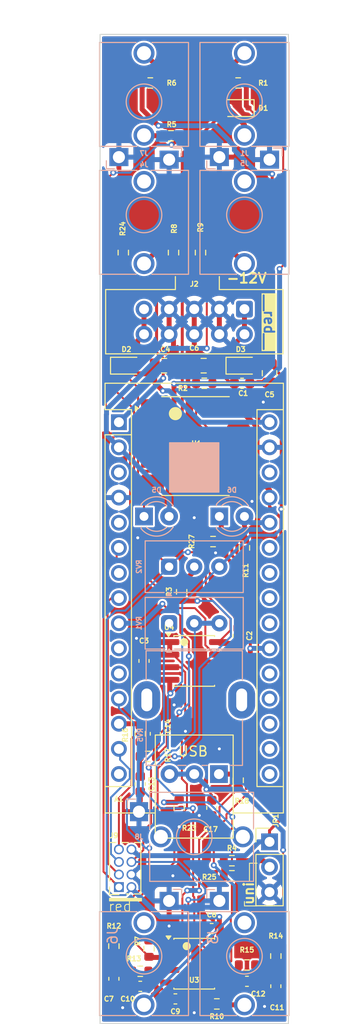
<source format=kicad_pcb>
(kicad_pcb (version 20241229) (generator "pcbnew") (generator_version "9.0")
  (layers (0 "F.Cu" signal) (2 "B.Cu" signal) (13 "F.Paste" user) (15 "B.Paste" user) (5 "F.SilkS" user "F.Silkscreen") (7 "B.SilkS" user "B.Silkscreen") (1 "F.Mask" user) (3 "B.Mask" user) (25 "Edge.Cuts" user))
  (net 0 "")
  (net 1 "B_GND")
  (net 4 "CLOCK2")
  (net 6 "B_+12V")
  (net 10 "B_+5V")
  (net 12 "Net-(C7-Pad1)")
  (net 17 "Net-(J7-PadT)")
  (net 18 "Net-(J7-PadR)")
  (net 19 "B_-12V")
  (net 20 "Net-(D1-A)")
  (net 21 "Net-(D1-K)")
  (net 22 "Net-(J1-PadT)")
  (net 23 "Net-(J3-PadT)")
  (net 25 "Net-(J4-PadT)")
  (net 27 "Net-(J5-PadT)")
  (net 28 "Net-(J6-PadT)")
  (net 31 "Net-(C11-Pad1)")
  (net 32 "MIDI_IN")
  (net 33 "Net-(C13-Pad1)")
  (net 36 "CLOCK")
  (net 37 "Net-(R10-Pad2)")
  (net 38 "Net-(D5-K)")
  (net 39 "Net-(D6-K)")
  (net 41 "Net-(J8-PadT)")
  (net 42 "Net-(R3-Pad2)")
  (net 43 "Net-(U3B-+)")
  (net 44 "Net-(R25-Pad1)")
  (net 46 "GATE")
  (net 47 "PITCH")
  (net 48 "CC")
  (net 49 "+12V")
  (net 50 "-12V")
  (net 51 "Net-(U3A-+)")
  (net 52 "Net-(U4A-+)")
  (net 53 "Net-(U3A--)")
  (net 54 "Net-(U3B--)")
  (net 55 "Net-(U4B--)")
  (net 56 "Net-(U4A--)")
  (net 57 "Net-(R18-Pad1)")
  (net 58 "SLEW_OUT")
  (net 59 "SLEW_IN")
  (net 60 "Net-(JP1-C)")
  (net 61 "EXP1")
  (net 62 "EXP7")
  (net 63 "EXP5")
  (net 64 "EXP3")
  (footprint "Resistor_SMD:R_0603_1608Metric" (layer "F.Cu") (at 143.928 112.418 -90)
    (property "Reference" "R7")
    (property "Value" "1k")
  )
  (footprint "Diode_SMD:D_SOD-323" (layer "F.Cu") (at 152.945 27.455 180)
    (property "Reference" "D1")
    (property "Value" "1N4148WS")
  )
  (footprint "Resistor_SMD:R_0603_1608Metric" (layer "F.Cu") (at 143.801 92.987 180)
    (property "Reference" "R17")
    (property "Value" "15k")
  )
  (footprint "Resistor_SMD:R_0603_1608Metric" (layer "F.Cu") (at 146.151 30.249 180)
    (property "Reference" "R5")
    (property "Value" "220R")
  )
  (footprint "Connector_PinSocket_1.27mm:PinSocket_2x04_P1.27mm_Vertical" (layer "F.Cu") (at 140.88 106.195 180)
    (property "Reference" "J9")
    (property "Value" "Conn_02x04_Odd_Even")
  )
  (footprint "Resistor_SMD:R_0603_1608Metric" (layer "F.Cu") (at 140.372 112.164 90)
    (property "Reference" "R12")
    (property "Value" "15k")
  )
  (footprint "Resistor_SMD:R_0603_1608Metric" (layer "F.Cu") (at 156.755 113.167 90)
    (property "Reference" "R14")
    (property "Value" "15k")
  )
  (footprint "Custom:IDC-Header_2x05_P2.54mm_Vertical_PinOnly" (layer "F.Cu") (at 153.58 47.775 -90)
    (property "Reference" "J2")
    (property "Value" "EuroPower10_THT")
  )
  (footprint "Package_SO:SOIC-8_3.9x4.9mm_P1.27mm" (layer "F.Cu") (at 148.5 83.335)
    (property "Reference" "U4")
    (property "Value" "TL072")
  )
  (footprint "Resistor_SMD:R_0603_1608Metric" (layer "F.Cu") (at 143.039 90.701 90)
    (property "Reference" "R16")
    (property "Value" "15k")
  )
  (footprint "Capacitor_SMD:C_0603_1608Metric" (layer "F.Cu") (at 153.834 115.72)
    (property "Reference" "C12")
    (property "Value" "1n")
  )
  (footprint "Capacitor_SMD:C_0603_1608Metric" (layer "F.Cu") (at 144.563 90.701 90)
    (property "Reference" "C14")
    (property "Value" "1n")
  )
  (footprint "Capacitor_SMD:C_0805_2012Metric" (layer "F.Cu") (at 149.455 53.49 180)
    (property "Reference" "C6")
    (property "Value" "10u")
  )
  (footprint "Resistor_SMD:R_0603_1608Metric" (layer "F.Cu") (at 152.31 103.528)
    (property "Reference" "R4")
    (property "Value" "100k")
  )
  (footprint "Capacitor_SMD:C_0805_2012Metric" (layer "F.Cu") (at 145.452 53.49)
    (property "Reference" "C4")
    (property "Value" "10u")
  )
  (footprint "Resistor_SMD:R_0603_1608Metric" (layer "F.Cu") (at 144.055 24.915)
    (property "Reference" "R6")
    (property "Value" "220R")
  )
  (footprint "Resistor_SMD:R_0603_1608Metric" (layer "F.Cu") (at 152.31 105.052 180)
    (property "Reference" "R25")
    (property "Value" "100k")
  )
  (footprint "Resistor_SMD:R_0603_1608Metric" (layer "F.Cu") (at 152.945 95.4 -90)
    (property "Reference" "R18")
    (property "Value" "100")
  )
  (footprint "Resistor_SMD:R_0603_1608Metric" (layer "F.Cu") (at 153.834 114.069)
    (property "Reference" "R15")
    (property "Value" "15k")
  )
  (footprint "Custom:Board_4hp_100mm" (layer "F.Cu") (at 148.5 70)
    (property "Reference" "B2" (hide yes))
    (property "Value" "Board" (hide yes))
  )
  (footprint "Capacitor_SMD:C_0603_1608Metric" (layer "F.Cu") (at 143.039 116.228 180)
    (property "Reference" "C10")
    (property "Value" "1n")
  )
  (footprint "Connector_PinHeader_2.54mm:PinHeader_1x03_P2.54mm_Vertical" (layer "F.Cu") (at 156.12 101.623)
    (property "Reference" "JP1")
    (property "Value" "Jumper_3_Bridged12")
  )
  (footprint "Package_SO:SOIC-8_3.9x4.9mm_P1.27mm" (layer "F.Cu") (at 148.5 113.942)
    (property "Reference" "U3")
    (property "Value" "TL072")
  )
  (footprint "Resistor_SMD:R_0603_1608Metric" (layer "F.Cu") (at 150.786 118.006 180)
    (property "Reference" "R10")
    (property "Value" "1k")
  )
  (footprint "Capacitor_SMD:C_0603_1608Metric" (layer "F.Cu") (at 143.039 95.781 -90)
    (property "Reference" "C13")
    (property "Value" "1n")
  )
  (footprint "Resistor_SMD:R_0603_1608Metric" (layer "F.Cu") (at 152.945 24.915)
    (property "Reference" "R1")
    (property "Value" "220R")
  )
  (footprint "Capacitor_SMD:C_0805_2012Metric" (layer "F.Cu") (at 156.12 54.252 90)
    (property "Reference" "C5")
    (property "Value" "10u")
  )
  (footprint "Resistor_SMD:R_0603_1608Metric" (layer "F.Cu") (at 147.23 76.35 90)
    (property "Reference" "R3")
    (property "Value" "1M")
  )
  (footprint "Capacitor_SMD:C_0603_1608Metric" (layer "F.Cu") (at 150.278 98.194 -90)
    (property "Reference" "C17")
    (property "Value" "10n")
  )
  (footprint "Resistor_SMD:R_0603_1608Metric" (layer "F.Cu") (at 146.405 42.06 -90)
    (property "Reference" "R8")
    (property "Value" "1k")
  )
  (footprint "Capacitor_SMD:C_0603_1608Metric" (layer "F.Cu") (at 152.945 80.795 90)
    (property "Reference" "C2")
    (property "Value" "100n")
  )
  (footprint "Resistor_SMD:R_0603_1608Metric" (layer "F.Cu") (at 146.976 98.194 -90)
    (property "Reference" "R23")
    (property "Value" "1k")
  )
  (footprint "Resistor_SMD:R_0603_1608Metric" (layer "F.Cu") (at 149.516 55.268)
    (property "Reference" "R2")
    (property "Value" "10k")
  )
  (footprint "Diode_SMD:D_SOD-323" (layer "F.Cu") (at 153.326 53.49)
    (property "Reference" "D3")
    (property "Value" "1N5819WS")
  )
  (footprint "Capacitor_SMD:C_0603_1608Metric" (layer "F.Cu") (at 156.755 116.215 -90)
    (property "Reference" "C11")
    (property "Value" "1n")
  )
  (footprint "Package_SO:SOP-8_6.605x9.655mm_P2.54mm" (layer "F.Cu") (at 148.627 61.618)
    (property "Reference" "U1")
    (property "Value" "6N137")
  )
  (footprint "Capacitor_SMD:C_0603_1608Metric" (layer "F.Cu") (at 150.265 110.386 180)
    (property "Reference" "C8")
    (property "Value" "100n")
  )
  (footprint "Resistor_SMD:R_0603_1608Metric" (layer "F.Cu") (at 149.135 42.06 -90)
    (property "Reference" "R9")
    (property "Value" "1k")
  )
  (footprint "Capacitor_SMD:C_0603_1608Metric" (layer "F.Cu") (at 140.372 115.466 -90)
    (property "Reference" "C7")
    (property "Value" "1n")
  )
  (footprint "PCM_kikit:Board" (layer "F.Cu") (at 138.975 22.375)
    (property "Reference" "B")
    (property "Value" "Board")
  )
  (footprint "Resistor_SMD:R_0603_1608Metric" (layer "F.Cu") (at 153.58 71.905 90)
    (property "Reference" "R11")
    (property "Value" "1k")
  )
  (footprint "Resistor_SMD:R_0603_1608Metric" (layer "F.Cu") (at 150.405 71.27 180)
    (property "Reference" "R27")
    (property "Value" "4k7")
  )
  (footprint "Module:Arduino_Nano" (layer "F.Cu") (at 140.88 59.205)
    (property "Reference" "A1")
    (property "Value" "Arduino_Nano_v3.x")
  )
  (footprint "Capacitor_SMD:C_0603_1608Metric" (layer "F.Cu") (at 143.42 83.335 -90)
    (property "Reference" "C3")
    (property "Value" "100n")
  )
  (footprint "Resistor_SMD:R_0603_1608Metric" (layer "F.Cu") (at 141.325 42.06 90)
    (property "Reference" "R24")
    (property "Value" "4k7")
  )
  (footprint "Capacitor_SMD:C_0603_1608Metric" (layer "F.Cu") (at 153.339 55.268)
    (property "Reference" "C1")
    (property "Value" "100n")
  )
  (footprint "Capacitor_SMD:C_0603_1608Metric" (layer "F.Cu") (at 146.595 117.498)
    (property "Reference" "C9")
    (property "Value" "100n")
  )
  (footprint "Diode_SMD:D_SOD-323" (layer "F.Cu") (at 141.642 53.49)
    (property "Reference" "D2")
    (property "Value" "1N5819WS")
  )
  (footprint "Resistor_SMD:R_0603_1608Metric" (layer "F.Cu") (at 143.039 114.704 180)
    (property "Reference" "R13")
    (property "Value" "15k")
  )
  (footprint "EuroRackTools:Potentiometer_Alpha_RD901F-40-00D_Single_Vertical" (layer "B.Cu") (at 151 94.775 90)
    (property "Reference" "RV5")
    (property "Value" "A100k")
  )
  (footprint "Custom:Jack_3.5mm_QingPu_WQP-PJ398SM_Vertical_CircularHoles_L" (layer "B.Cu") (at 143.42 38.25 180)
    (property "Reference" "J4")
    (property "Value" "Clock")
  )
  (footprint "Potentiometer_THT:Potentiometer_Vishay_T93XA_Horizontal" (layer "B.Cu") (at 145.96 79.525)
    (property "Reference" "RV1")
    (property "Value" "20k")
  )
  (footprint "Custom:Jack_3.5mm_QingPu_WQP-PJ398SM_Vertical_CircularHoles_L" (layer "B.Cu") (at 153.58 38.25 180)
    (property "Reference" "J5")
    (property "Value" "Clock2")
  )
  (footprint "Custom:Jack_3.5mm_QingPu_WQP-PJ398SM_Vertical_CircularHoles_L" (layer "B.Cu") (at 148.5 101.115 -90)
    (property "Reference" "J8")
    (property "Value" "CC")
  )
  (footprint "Custom:Jack_3.5mm_QingPu_WQP-PJ398SM_Vertical_CircularHoles_R" (layer "B.Cu") (at 153.58 113.18 180)
    (property "Reference" "J3")
    (property "Value" "Pitch")
  )
  (footprint "Custom:Jack_3.5mm_QingPu_WQP-PJ398SM_Vertical_CircularHoles_L" (layer "B.Cu") (at 143.42 113.18 180)
    (property "Reference" "J6")
    (property "Value" "Gate")
  )
  (footprint "Custom:Jack_3.5mm_QingPu_WQP-PJ366ST_Vertical_CircularHoles_L" (layer "B.Cu") (at 143.42 26.82)
    (property "Reference" "J7")
    (property "Value" "MIDI Through")
  )
  (footprint "LED_THT:LED_D3.0mm" (layer "B.Cu") (at 151.04 68.73)
    (property "Reference" "D6")
    (property "Value" "LED")
  )
  (footprint "LED_THT:LED_D3.0mm" (layer "B.Cu") (at 143.42 68.73)
    (property "Reference" "D5")
    (property "Value" "LED")
  )
  (footprint "Custom:Jack_3.5mm_QingPu_WQP-PJ366ST_Vertical_CircularHoles_L" (layer "B.Cu") (at 153.58 26.82)
    (property "Reference" "J1")
    (property "Value" "MIDI In")
  )
  (footprint "Potentiometer_THT:Potentiometer_Vishay_T93XA_Horizontal" (layer "B.Cu") (at 145.96 73.81)
    (property "Reference" "RV2")
    (property "Value" "100k")
  )
  (gr_rect (start 139.93 107.338) (end 143.166 107.592) (stroke (width 0.1)) (fill yes) (layer "F.SilkS"))
  (gr_circle (center 147.484 81.43) (end 147.23 81.176) (stroke (width 0.1)) (fill yes) (layer "F.SilkS"))
  (gr_line (start 154.088 103.782) (end 154.85 103.782) (stroke (width 0.1)) (layer "F.SilkS"))
  (gr_line (start 154.088 105.6235) (end 154.088 103.782) (stroke (width 0.1)) (layer "F.SilkS"))
  (gr_line (start 153.58 107.6555) (end 153.58 108.0365) (stroke (width 0.1)) (layer "F.SilkS"))
  (gr_circle (center 146.595 58.33779) (end 146.595 58.951) (stroke (width 0.1)) (fill yes) (layer "F.SilkS"))
  (gr_circle (center 147.738 112.164) (end 147.992 111.91) (stroke (width 0.1)) (fill yes) (layer "F.SilkS"))
  (gr_line (start 153.58 108.1) (end 154.85 108.1) (stroke (width 0.1)) (layer "F.SilkS"))
  (gr_rect (start 146 61.277) (end 151 66.277) (stroke (width 0.1)) (fill yes) (layer "B.SilkS"))
  (gr_line (start 158.025 20) (end 158.025 120) (stroke (width 0.1)) (layer "Edge.Cuts"))
  (gr_line (start 138.975 20) (end 158.025 20) (stroke (width 0.1)) (layer "Edge.Cuts"))
  (gr_line (start 158.025 120) (end 138.975 120) (stroke (width 0.1)) (layer "Edge.Cuts"))
  (gr_line (start 138.975 120) (end 138.975 20) (stroke (width 0.1)) (layer "Edge.Cuts"))
  (gr_text "red" (at 139.737 108.735 0) (layer "F.SilkS") (effects (font (size 1 1) (thickness 0.1)) (justify left bottom)))
  (gr_text "uni" (at 154.596 108.1 90) (layer "F.SilkS") (effects (font (size 1 1) (thickness 0.2) (bold yes)) (justify left bottom)))
  (segment (start 150.265 98.956) (end 150.278 98.969) (width 0.2) (layer "F.Cu") (net 1))
  (segment (start 144.563 89.685) (end 146.468 87.78) (width 0.5) (layer "F.Cu") (net 1))
  (segment (start 148.5 47.775) (end 148.5 50.315) (width 0.5) (layer "F.Cu") (net 1))
  (segment (start 148.505 50.32) (end 148.5 50.315) (width 0.5) (layer "F.Cu") (net 1))
  (segment (start 151.04 47.775) (end 151.04 50.315) (width 0.5) (layer "F.Cu") (net 1))
  (segment (start 146.402 50.757) (end 145.96 50.315) (width 0.5) (layer "F.Cu") (net 1))
  (segment (start 146.402 53.49) (end 146.402 50.757) (width 0.5) (layer "F.Cu") (net 1))
  (segment (start 145.96 47.775) (end 145.96 50.315) (width 0.5) (layer "F.Cu") (net 1))
  (segment (start 144.563 89.926) (end 144.563 89.685) (width 0.5) (layer "F.Cu") (net 1))
  (segment (start 149.008 98.956) (end 150.265 98.956) (width 0.2) (layer "F.Cu") (net 1))
  (segment (start 148.505 53.49) (end 148.505 50.32) (width 0.5) (layer "F.Cu") (net 1))
  (via (at 142.658 81.049) (size 0.6) (drill 0.3) (layers "F.Cu" "B.Cu") (net 1))
  (via (at 151.04 92.225) (size 0.6) (drill 0.3) (layers "F.Cu" "B.Cu") (net 1))
  (via (at 141.261 118.387) (size 0.6) (drill 0.3) (layers "F.Cu" "B.Cu") (net 1))
  (via (at 146.341 105.052) (size 0.6) (drill 0.3) (layers "F.Cu" "B.Cu") (net 1))
  (via (at 148.5 68.857) (size 0.6) (drill 0.3) (layers "F.Cu" "B.Cu") (net 1))
  (via (at 148.5 118.895) (size 0.6) (drill 0.3) (layers "F.Cu" "B.Cu") (net 1))
  (via (at 155.485 57.173) (size 0.6) (drill 0.3) (layers "F.Cu" "B.Cu") (net 1))
  (via (at 155.612 118.26) (size 0.6) (drill 0.3) (layers "F.Cu" "B.Cu") (net 1))
  (via (at 150.659 72.413) (size 0.6) (drill 0.3) (layers "F.Cu" "B.Cu") (net 1))
  (via (at 145.96 110.132) (size 0.6) (drill 0.3) (layers "F.Cu" "B.Cu") (net 1))
  (via (at 146.468 87.78) (size 0.6) (drill 0.3) (layers "F.Cu" "B.Cu") (net 1))
  (via (at 147.611 90.447) (size 0.6) (drill 0.3) (layers "F.Cu" "B.Cu") (net 1))
  (via (at 142.785 70.889) (size 0.6) (drill 0.3) (layers "F.Cu" "B.Cu") (net 1))
  (via (at 146.976 100.099) (size 0.6) (drill 0.3) (layers "F.Cu" "B.Cu") (net 1))
  (via (at 149.008 98.956) (size 0.6) (drill 0.3) (layers "F.Cu" "B.Cu") (net 1))
  (via (at 154.342 67.206) (size 0.6) (drill 0.3) (layers "F.Cu" "B.Cu") (net 1))
  (segment (start 150.405 108.227) (end 151.04 107.592) (width 0.5) (layer "B.Cu") (net 1))
  (segment (start 145.96 107.592) (end 146.595 108.227) (width 0.5) (layer "B.Cu") (net 1))
  (segment (start 146.39 87.858) (end 146.39 89.226) (width 0.2) (layer "B.Cu") (net 1))
  (segment (start 146.595 108.227) (end 150.405 108.227) (width 0.5) (layer "B.Cu") (net 1))
  (segment (start 146.468 87.78) (end 146.39 87.858) (width 0.2) (layer "B.Cu") (net 1))
  (segment (start 146.39 89.226) (end 147.611 90.447) (width 0.2) (layer "B.Cu") (net 1))
  (segment (start 149.77 43.52) (end 149.135 42.885) (width 0.2) (layer "F.Cu") (net 4))
  (segment (start 149.77 51.7408) (end 149.77 43.52) (width 0.2) (layer "F.Cu") (net 4))
  (via (at 149.77 51.7408) (size 0.6) (drill 0.3) (layers "F.Cu" "B.Cu") (net 4))
  (segment (start 145.8042 51.7408) (end 139.629 57.916) (width 0.5) (layer "B.Cu") (net 4))
  (segment (start 145.96 68.73) (end 145.96 66.825) (width 0.5) (layer "B.Cu") (net 4))
  (segment (start 139.61 58.4317) (end 139.61 60.475) (width 0.5) (layer "B.Cu") (net 4))
  (segment (start 139.61 60.475) (end 140.88 61.745) (width 0.5) (layer "B.Cu") (net 4))
  (segment (start 145.96 66.825) (end 140.88 61.745) (width 0.5) (layer "B.Cu") (net 4))
  (segment (start 139.629 57.916) (end 139.629 58.4127) (width 0.5) (layer "B.Cu") (net 4))
  (segment (start 139.629 58.4127) (end 139.61 58.4317) (width 0.5) (layer "B.Cu") (net 4))
  (segment (start 149.77 51.7408) (end 145.8042 51.7408) (width 0.5) (layer "B.Cu") (net 4))
  (segment (start 152.1667 80.2383) (end 150.975 81.43) (width 0.2) (layer "F.Cu") (net 6))
  (segment (start 144.69 72.54) (end 145.96 73.81) (width 0.2) (layer "F.Cu") (net 6))
  (segment (start 147.865 72.3461) (end 148.757 72.3461) (width 0.2) (layer "F.Cu") (net 6))
  (segment (start 148.757 72.3461) (end 149.6753 73.2644) (width 0.2) (layer "F.Cu") (net 6))
  (segment (start 152.945 81.57) (end 151.115 81.57) (width 0.5) (layer "F.Cu") (net 6))
  (segment (start 142.8179 55.7159) (end 142.8179 66.3519) (width 0.2) (layer "F.Cu") (net 6))
  (segment (start 142.8179 66.3519) (end 143.19 66.724) (width 0.2) (layer "F.Cu") (net 6))
  (segment (start 143.19 66.724) (end 143.6588 66.724) (width 0.2) (layer "F.Cu") (net 6))
  (segment (start 144.502 53.49) (end 144.502 55.207) (width 0.5) (layer "F.Cu") (net 6))
  (segment (start 150.975 110.451) (end 150.975 112.037) (width 0.5) (layer "F.Cu") (net 6))
  (segment (start 144.502 55.207) (end 145.325 56.03) (width 0.5) (layer "F.Cu") (net 6))
  (segment (start 151.04 109.2085) (end 151.04 110.386) (width 0.5) (layer "F.Cu") (net 6))
  (segment (start 144.69 67.7552) (end 144.69 72.54) (width 0.2) (layer "F.Cu") (net 6))
  (segment (start 151.115 81.57) (end 150.975 81.43) (width 0.5) (layer "F.Cu") (net 6))
  (segment (start 152.1667 79.0582) (end 152.1667 80.2383) (width 0.2) (layer "F.Cu") (net 6))
  (segment (start 143.6758 54.3162) (end 144.502 53.49) (width 0.5) (layer "F.Cu") (net 6))
  (segment (start 143.6588 66.724) (end 144.69 67.7552) (width 0.2) (layer "F.Cu") (net 6))
  (segment (start 151.04 110.386) (end 150.975 110.451) (width 0.5) (layer "F.Cu") (net 6))
  (segment (start 141.4182 54.3162) (end 143.6758 54.3162) (width 0.5) (layer "F.Cu") (net 6))
  (segment (start 149.6753 73.2644) (end 149.6753 76.5668) (width 0.2) (layer "F.Cu") (net 6))
  (segment (start 141.4182 54.3162) (end 140.592 53.49) (width 0.5) (layer "F.Cu") (net 6))
  (segment (start 149.6753 76.5668) (end 152.1667 79.0582) (width 0.2) (layer "F.Cu") (net 6))
  (segment (start 141.4182 54.3162) (end 142.8179 55.7159) (width 0.2) (layer "F.Cu") (net 6))
  (via (at 151.04 109.2085) (size 0.6) (drill 0.3) (layers "F.Cu" "B.Cu") (net 6))
  (via (at 145.325 56.03) (size 0.6) (drill 0.3) (layers "F.Cu" "B.Cu") (net 6))
  (via (at 147.865 72.3461) (size 0.6) (drill 0.3) (layers "F.Cu" "B.Cu") (net 6))
  (segment (start 145.96 56.03) (end 149.135 59.205) (width 0.5) (layer "B.Cu") (net 6))
  (segment (start 145.325 56.03) (end 145.96 56.03) (width 0.5) (layer "B.Cu") (net 6))
  (segment (start 139.6415 79.1691) (end 139.6415 106.4317) (width 0.2) (layer "B.Cu") (net 6))
  (segment (start 142.15 106.322) (end 142.15 106.195) (width 0.5) (layer "B.Cu") (net 6))
  (segment (start 141.515 78.255) (end 140.5556 78.255) (width 0.2) (layer "B.Cu") (net 6))
  (segment (start 140.2176 107.0078) (end 141.5393 107.0078) (width 0.2) (layer "B.Cu") (net 6))
  (segment (start 141.5393 107.0078) (end 142.15 106.3971) (width 0.2) (layer "B.Cu") (net 6))
  (segment (start 147.4239 72.3461) (end 145.96 73.81) (width 0.2) (layer "B.Cu") (net 6))
  (segment (start 142.15 106.3971) (end 142.15 106.195) (width 0.2) (layer "B.Cu") (net 6))
  (segment (start 145.96 73.81) (end 141.515 78.255) (width 0.2) (layer "B.Cu") (net 6))
  (segment (start 140.5556 78.255) (end 139.6415 79.1691) (width 0.2) (layer "B.Cu") (net 6))
  (segment (start 151.04 109.2085) (end 145.0365 109.2085) (width 0.5) (layer "B.Cu") (net 6))
  (segment (start 139.6415 106.4317) (end 140.2176 107.0078) (width 0.2) (layer "B.Cu") (net 6))
  (segment (start 145.0365 109.2085) (end 142.15 106.322) (width 0.5) (layer "B.Cu") (net 6))
  (segment (start 147.865 72.3461) (end 147.4239 72.3461) (width 0.2) (layer "B.Cu") (net 6))
  (segment (start 149.135 59.205) (end 156.12 59.205) (width 0.5) (layer "B.Cu") (net 6))
  (segment (start 156.12 67.735654) (end 157.136 68.751654) (width 0.3) (layer "F.Cu") (net 10))
  (segment (start 157.263 92.70976) (end 157.263 94.28024) (width 0.3) (layer "F.Cu") (net 10))
  (segment (start 157.271 81.58824) (end 157.271 82.54176) (width 0.3) (layer "F.Cu") (net 10))
  (segment (start 152.564 55.268) (end 152.564 57.395) (width 0.5) (layer "F.Cu") (net 10))
  (segment (start 157.263 72.38976) (end 157.263 73.96024) (width 0.3) (layer "F.Cu") (net 10))
  (segment (start 155.601818 65.544818) (end 156.12 66.063) (width 0.5) (layer "F.Cu") (net 10))
  (segment (start 157.263 82.54976) (end 157.263 84.12024) (width 0.3) (layer "F.Cu") (net 10))
  (segment (start 157.271 94.28824) (end 157.271 95.24176) (width 0.3) (layer "F.Cu") (net 10))
  (segment (start 154.869 63.796) (end 154.869 64.803182) (width 0.5) (layer "F.Cu") (net 10))
  (segment (start 157.271 86.66824) (end 157.271 87.62176) (width 0.3) (layer "F.Cu") (net 10))
  (segment (start 157.271 79.04824) (end 157.271 80.00176) (width 0.3) (layer "F.Cu") (net 10))
  (segment (start 156.12 66.825) (end 156.12 67.735654) (width 0.3) (layer "F.Cu") (net 10))
  (segment (start 150.405 53.49) (end 152.183 55.268) (width 0.3) (layer "F.Cu") (net 10))
  (segment (start 157.263 91.74024) (end 157.271 91.74824) (width 0.3) (layer "F.Cu") (net 10))
  (segment (start 157.263 99.3283) (end 156.12 100.4713) (width 0.3) (layer "F.Cu") (net 10))
  (segment (start 156.12 100.4713) (end 156.12 101.623) (width 0.3) (layer "F.Cu") (net 10))
  (segment (start 157.263 73.96024) (end 157.271 73.96824) (width 0.3) (layer "F.Cu") (net 10))
  (segment (start 157.263 94.28024) (end 157.271 94.28824) (width 0.3) (layer "F.Cu") (net 10))
  (segment (start 157.271 95.24176) (end 157.263 95.24976) (width 0.3) (layer "F.Cu") (net 10))
  (segment (start 157.263 77.46976) (end 157.263 79.04024) (width 0.3) (layer "F.Cu") (net 10))
  (segment (start 157.263 80.00976) (end 157.263 81.58024) (width 0.3) (layer "F.Cu") (net 10))
  (segment (start 157.271 85.08176) (end 157.263 85.08976) (width 0.3) (layer "F.Cu") (net 10))
  (segment (start 154.578 59.375708) (end 154.578 59.409) (width 0.5) (layer "F.Cu") (net 10))
  (segment (start 152.564 57.395) (end 152.977 57.808) (width 0.5) (layer "F.Cu") (net 10))
  (segment (start 157.271 76.50824) (end 157.271 77.46176) (width 0.3) (layer "F.Cu") (net 10))
  (segment (start 157.271 73.96824) (end 157.271 74.92176) (width 0.3) (layer "F.Cu") (net 10))
  (segment (start 152.564 54.248) (end 156.3876 50.4244) (width 0.3) (layer "F.Cu") (net 10))
  (segment (start 152.564 55.268) (end 152.564 54.248) (width 0.3) (layer "F.Cu") (net 10))
  (segment (start 154.85 59.681) (end 154.85 63.777) (width 0.5) (layer "F.Cu") (net 10))
  (segment (start 157.263 95.24976) (end 157.263 99.3283) (width 0.3) (layer "F.Cu") (net 10))
  (segment (start 152.977 57.808) (end 154.141 58.972) (width 0.5) (layer "F.Cu") (net 10))
  (segment (start 157.271 74.92176) (end 157.263 74.92976) (width 0.3) (layer "F.Cu") (net 10))
  (segment (start 157.263 71.42024) (end 157.271 71.42824) (width 0.3) (layer "F.Cu") (net 10))
  (segment (start 157.271 82.54176) (end 157.263 82.54976) (width 0.3) (layer "F.Cu") (net 10))
  (segment (start 157.136 68.75324) (end 157.271 68.88824) (width 0.3) (layer "F.Cu") (net 10))
  (segment (start 157.271 92.70176) (end 157.263 92.70976) (width 0.3) (layer "F.Cu") (net 10))
  (segment (start 154.869 64.803182) (end 155.601818 65.536) (width 0.5) (layer "F.Cu") (net 10))
  (segment (start 157.136 68.751654) (end 157.136 68.75324) (width 0.3) (layer "F.Cu") (net 10))
  (segment (start 157.271 80.00176) (end 157.263 80.00976) (width 0.3) (layer "F.Cu") (net 10))
  (segment (start 157.263 74.92976) (end 157.263 76.50024) (width 0.3) (layer "F.Cu") (net 10))
  (segment (start 150.341 53.554) (end 150.405 53.49) (width 0.3) (layer "F.Cu") (net 10))
  (segment (start 157.263 69.84976) (end 157.263 71.42024) (width 0.3) (layer "F.Cu") (net 10))
  (segment (start 157.263 87.62976) (end 157.263 89.20024) (width 0.3) (layer "F.Cu") (net 10))
  (segment (start 157.271 89.20824) (end 157.271 90.16176) (width 0.3) (layer "F.Cu") (net 10))
  (segment (start 154.85 63.777) (end 154.869 63.796) (width 0.5) (layer "F.Cu") (net 10))
  (segment (start 157.271 91.74824) (end 157.271 92.70176) (width 0.3) (layer "F.Cu") (net 10))
  (segment (start 157.263 89.20024) (end 157.271 89.20824) (width 0.3) (layer "F.Cu") (net 10))
  (segment (start 157.263 86.66024) (end 157.271 86.66824) (width 0.3) (layer "F.Cu") (net 10))
  (segment (start 157.263 76.50024) (end 157.271 76.50824) (width 0.3) (layer "F.Cu") (net 10))
  (segment (start 157.271 90.16176) (end 157.263 90.16976) (width 0.3) (layer "F.Cu") (net 10))
  (segment (start 156.12 66.063) (end 156.12 66.825) (width 0.5) (layer "F.Cu") (net 10))
  (segment (start 157.263 81.58024) (end 157.271 81.58824) (width 0.3) (layer "F.Cu") (net 10))
  (segment (start 157.271 84.12824) (end 157.271 85.08176) (width 0.3) (layer "F.Cu") (net 10))
  (segment (start 150.341 55.268) (end 150.341 53.554) (width 0.3) (layer "F.Cu") (net 10))
  (segment (start 157.271 87.62176) (end 157.263 87.62976) (width 0.3) (layer "F.Cu") (net 10))
  (segment (start 144.885 29.2356) (end 143.23 27.5806) (width 0.5) (layer "F.Cu") (net 10))
  (segment (start 157.271 77.46176) (end 157.263 77.46976) (width 0.3) (layer "F.Cu") (net 10))
  (segment (start 157.263 79.04024) (end 157.271 79.04824) (width 0.3) (layer "F.Cu") (net 10))
  (segment (start 154.141 58.972) (end 154.174292 58.972) (width 0.5) (layer "F.Cu") (net 10))
  (segment (start 157.271 71.42824) (end 157.271 72.38176) (width 0.3) (layer "F.Cu") (net 10))
  (segment (start 152.183 55.268) (end 152.564 55.268) (width 0.3) (layer "F.Cu") (net 10))
  (segment (start 157.271 69.84176) (end 157.263 69.84976) (width 0.3) (layer "F.Cu") (net 10))
  (segment (start 157.271 72.38176) (end 157.263 72.38976) (width 0.3) (layer "F.Cu") (net 10))
  (segment (start 157.271 68.88824) (end 157.271 69.84176) (width 0.3) (layer "F.Cu") (net 10))
  (segment (start 155.601818 65.536) (end 155.601818 65.544818) (width 0.5) (layer "F.Cu") (net 10))
  (segment (start 156.3876 50.4244) (end 156.3876 34.1055) (width 0.3) (layer "F.Cu") (net 10))
  (segment (start 157.263 85.08976) (end 157.263 86.66024) (width 0.3) (layer "F.Cu") (net 10))
  (segment (start 143.23 27.5806) (end 143.23 24.915) (width 0.5) (layer "F.Cu") (net 10))
  (segment (start 154.578 59.409) (end 154.85 59.681) (width 0.5) (layer "F.Cu") (net 10))
  (segment (start 154.174292 58.972) (end 154.578 59.375708) (width 0.5) (layer "F.Cu") (net 10))
  (segment (start 157.263 84.12024) (end 157.271 84.12824) (width 0.3) (layer "F.Cu") (net 10))
  (segment (start 157.263 90.16976) (end 157.263 91.74024) (width 0.3) (layer "F.Cu") (net 10))
  (via (at 144.885 29.2356) (size 0.6) (drill 0.3) (layers "F.Cu" "B.Cu") (net 10))
  (via (at 156.3876 34.1055) (size 0.6) (drill 0.3) (layers "F.Cu" "B.Cu") (net 10))
  (segment (start 156.3876 34.1055) (end 156.3101 34.028) (width 0.5) (layer "B.Cu") (net 10))
  (segment (start 142.859918 103.02) (end 153.658948 103.02) (width 0.5) (layer "B.Cu") (net 10))
  (segment (start 142.469 102.704) (end 142.543918 102.704) (width 0.5) (layer "B.Cu") (net 10))
  (segment (start 150.5346 29.2356) (end 144.885 29.2356) (width 0.5) (layer "B.Cu") (net 10))
  (segment (start 154.936 101.6553) (end 154.9683 101.623) (width 0.5) (layer "B.Cu") (net 10))
  (segment (start 153.658948 103.02) (end 154.936 101.742948) (width 0.5) (layer "B.Cu") (net 10))
  (segment (start 152.064 30.827948) (end 152.064 30.765) (width 0.5) (layer "B.Cu") (net 10))
  (segment (start 154.881948 34.028) (end 152.564 31.710052) (width 0.5) (layer "B.Cu") (net 10))
  (segment (start 152.564 31.327948) (end 152.064 30.827948) (width 0.5) (layer "B.Cu") (net 10))
  (segment (start 152.564 31.710052) (end 152.564 31.327948) (width 0.5) (layer "B.Cu") (net 10))
  (segment (start 152.064 30.765) (end 150.5346 29.2356) (width 0.5) (layer "B.Cu") (net 10))
  (segment (start 142.15 102.385) (end 142.469 102.704) (width 0.5) (layer "B.Cu") (net 10))
  (segment (start 154.936 101.742948) (end 154.936 101.6553) (width 0.5) (layer "B.Cu") (net 10))
  (segment (start 156.3101 34.028) (end 154.881948 34.028) (width 0.5) (layer "B.Cu") (net 10))
  (segment (start 154.9683 101.623) (end 156.12 101.623) (width 0.5) (layer "B.Cu") (net 10))
  (segment (start 142.543918 102.704) (end 142.859918 103.02) (width 0.5) (layer "B.Cu") (net 10))
  (segment (start 140.385 114.704) (end 140.372 114.691) (width 0.5) (layer "F.Cu") (net 12))
  (segment (start 142.214 114.704) (end 140.385 114.704) (width 0.5) (layer "F.Cu") (net 12))
  (segment (start 140.372 114.691) (end 140.372 112.989) (width 0.5) (layer "F.Cu") (net 12))
  (segment (start 143.42 21.9) (end 144.88 23.36) (width 0.5) (layer "F.Cu") (net 17))
  (segment (start 144.88 23.36) (end 144.88 24.915) (width 0.5) (layer "F.Cu") (net 17))
  (segment (start 143.469 30.249) (end 143.42 30.2) (width 0.5) (layer "F.Cu") (net 18))
  (segment (start 145.326 30.249) (end 143.469 30.249) (width 0.5) (layer "F.Cu") (net 18))
  (segment (start 147.9028 114.3895) (end 146.2352 116.0571) (width 0.2) (layer "F.Cu") (net 19))
  (segment (start 144.817 85.24) (end 143.687 84.11) (width 0.5) (layer "F.Cu") (net 19))
  (segment (start 156.12 53.302) (end 154.564 53.302) (width 0.5) (layer "F.Cu") (net 19))
  (segment (start 146.025 85.24) (end 144.817 85.24) (width 0.5) (layer "F.Cu") (net 19))
  (segment (start 144.1287 99.7588) (end 143.3503 100.5372) (width 0.2) (layer "F.Cu") (net 19))
  (segment (start 147.9028 107.4771) (end 147.9028 114.3895) (width 0.2) (layer "F.Cu") (net 19))
  (segment (start 143.687 84.11) (end 143.42 84.11) (width 0.5) (layer "F.Cu") (net 19))
  (segment (start 146.025 86.5437) (end 146.025 85.24) (width 0.5) (layer "F.Cu") (net 19))
  (segment (start 147.37 117.498) (end 147.37 117.192) (width 0.5) (layer "F.Cu") (net 19))
  (segment (start 154.564 53.302) (end 154.376 53.49) (width 0.5) (layer "F.Cu") (net 19))
  (segment (start 143.8969 94.1152) (end 144.1287 94.347) (width 0.2) (layer "F.Cu") (net 19))
  (segment (start 146.2352 116.0572) (end 146.2352 116.0571) (width 0.5) (layer "F.Cu") (net 19))
  (segment (start 157.3024 54.4844) (end 157.3024 67.9974) (width 0.3) (layer "F.Cu") (net 19))
  (segment (start 156.12 53.302) (end 157.3024 54.4844) (width 0.3) (layer "F.Cu") (net 19))
  (segment (start 146.2352 116.0571) (end 146.025 115.847) (width 0.2) (layer "F.Cu") (net 19))
  (segment (start 143.3503 100.5372) (end 143.3503 102.4547) (width 0.2) (layer "F.Cu") (net 19))
  (segment (start 146.0925 86.6112) (end 146.025 86.5437) (width 0.5) (layer "F.Cu") (net 19))
  (segment (start 144.1287 94.347) (end 144.1287 99.7588) (width 0.2) (layer "F.Cu") (net 19))
  (segment (start 147.37 117.192) (end 146.2352 116.0572) (width 0.5) (layer "F.Cu") (net 19))
  (segment (start 143.3503 102.4547) (end 142.15 103.655) (width 0.2) (layer "F.Cu") (net 19))
  (via (at 147.9028 107.4771) (size 0.6) (drill 0.3) (layers "F.Cu" "B.Cu") (net 19))
  (via (at 157.3024 67.9974) (size 0.6) (drill 0.3) (layers "F.Cu" "B.Cu") (net 19))
  (via (at 146.0925 86.6112) (size 0.6) (drill 0.3) (layers "F.Cu" "B.Cu") (net 19))
  (via (at 143.8969 94.1152) (size 0.6) (drill 0.3) (layers "F.Cu" "B.Cu") (net 19))
  (segment (start 149.6206 106.8155) (end 149.6206 106.3072) (width 0.2) (layer "B.Cu") (net 19))
  (segment (start 145.8346 90.6237) (end 145.8346 92.1775) (width 0.2) (layer "B.Cu") (net 19))
  (segment (start 154.215 70.635) (end 151.04 73.81) (width 0.3) (layer "B.Cu") (net 19))
  (segment (start 146.0571 86.6669) (end 145.8339 86.8901) (width 0.2) (layer "B.Cu") (net 19))
  (segment (start 157.3024 67.9974) (end 157.3024 69.9606) (width 0.3) (layer "B.Cu") (net 19))
  (segment (start 146.0925 86.6112) (end 146.0571 86.6466) (width 0.2) (layer "B.Cu") (net 19))
  (segment (start 145.8339 86.8901) (end 145.8339 90.623) (width 0.2) (layer "B.Cu") (net 19))
  (segment (start 145.8346 92.1775) (end 143.8969 94.1152) (width 0.2) (layer "B.Cu") (net 19))
  (segment (start 157.3024 69.9606) (end 156.628 70.635) (width 0.3) (layer "B.Cu") (net 19))
  (segment (start 147.2874 85.4163) (end 146.0925 86.6112) (width 0.2) (layer "B.Cu") (net 19))
  (segment (start 145.8339 90.623) (end 145.8346 90.6237) (width 0.2) (layer "B.Cu") (net 19))
  (segment (start 156.628 70.635) (end 154.215 70.635) (width 0.3) (layer "B.Cu") (net 19))
  (segment (start 151.04 73.81) (end 147.2874 77.5626) (width 0.2) (layer "B.Cu") (net 19))
  (segment (start 149.6206 106.3072) (end 146.9684 103.655) (width 0.2) (layer "B.Cu") (net 19))
  (segment (start 147.9028 107.4771) (end 148.959 107.4771) (width 0.2) (layer "B.Cu") (net 19))
  (segment (start 147.2874 77.5626) (end 147.2874 85.4163) (width 0.2) (layer "B.Cu") (net 19))
  (segment (start 148.959 107.4771) (end 149.6206 106.8155) (width 0.2) (layer "B.Cu") (net 19))
  (segment (start 146.0571 86.6466) (end 146.0571 86.6669) (width 0.2) (layer "B.Cu") (net 19))
  (segment (start 146.9684 103.655) (end 142.15 103.655) (width 0.2) (layer "B.Cu") (net 19))
  (segment (start 153.58 29.14) (end 153.58 30.2) (width 0.5) (layer "F.Cu") (net 20))
  (segment (start 147.2884 32.0616) (end 151.895 27.455) (width 0.3) (layer "F.Cu") (net 20))
  (segment (start 144.277 62.888) (end 147.2884 59.8766) (width 0.3) (layer "F.Cu") (net 20))
  (segment (start 147.2884 59.8766) (end 147.2884 32.0616) (width 0.3) (layer "F.Cu") (net 20))
  (segment (start 151.895 27.455) (end 153.58 29.14) (width 0.5) (layer "F.Cu") (net 20))
  (segment (start 144.277 60.348) (end 144.563 60.348) (width 0.5) (layer "F.Cu") (net 21))
  (segment (start 144.563 60.348) (end 146.4536 58.4574) (width 0.5) (layer "F.Cu") (net 21))
  (segment (start 157.5001 30.9601) (end 153.995 27.455) (width 0.2) (layer "F.Cu") (net 21))
  (segment (start 153.77 27.23) (end 153.77 24.915) (width 0.5) (layer "F.Cu") (net 21))
  (segment (start 157.5001 43.3469) (end 157.5001 30.9601) (width 0.2) (layer "F.Cu") (net 21))
  (segment (start 146.4536 58.4574) (end 146.4536 55.3135) (width 0.5) (layer "F.Cu") (net 21))
  (segment (start 157.136 43.711) (end 157.5001 43.3469) (width 0.2) (layer "F.Cu") (net 21))
  (segment (start 153.995 27.455) (end 153.77 27.23) (width 0.5) (layer "F.Cu") (net 21))
  (via (at 157.136 43.711) (size 0.6) (drill 0.3) (layers "F.Cu" "B.Cu") (net 21))
  (via (at 146.4536 55.3135) (size 0.6) (drill 0.3) (layers "F.Cu" "B.Cu") (net 21))
  (segment (start 157.136 43.711) (end 157.136 53.6744) (width 0.5) (layer "B.Cu") (net 21))
  (segment (start 155.4969 55.3135) (end 146.4536 55.3135) (width 0.5) (layer "B.Cu") (net 21))
  (segment (start 157.136 53.6744) (end 155.4969 55.3135) (width 0.5) (layer "B.Cu") (net 21))
  (segment (start 152.12 23.36) (end 153.58 21.9) (width 0.5) (layer "F.Cu") (net 22))
  (segment (start 152.12 24.915) (end 152.12 23.36) (width 0.5) (layer "F.Cu") (net 22))
  (segment (start 151.705 118.1) (end 151.611 118.006) (width 0.5) (layer "F.Cu") (net 23))
  (segment (start 153.58 118.1) (end 151.705 118.1) (width 0.5) (layer "F.Cu") (net 23))
  (segment (start 143.42 43.17) (end 145.355 41.235) (width 0.5) (layer "F.Cu") (net 25))
  (segment (start 145.355 41.235) (end 146.405 41.235) (width 0.5) (layer "F.Cu") (net 25))
  (segment (start 149.135 41.235) (end 151.645 41.235) (width 0.5) (layer "F.Cu") (net 27))
  (segment (start 151.645 41.235) (end 153.58 43.17) (width 0.5) (layer "F.Cu") (net 27))
  (segment (start 150.4796 100.5565) (end 150.4796 103.9879) (width 0.2) (layer "F.Cu") (net 28))
  (segment (start 154.9648 95.6437) (end 151.7577 98.8508) (width 0.2) (layer "F.Cu") (net 28))
  (segment (start 151.7577 99.2784) (end 150.4796 100.5565) (width 0.2) (layer "F.Cu") (net 28))
  (segment (start 151.7577 98.8508) (end 151.7577 99.2784) (width 0.2) (layer "F.Cu") (net 28))
  (segment (start 153.58 72.73) (end 154.9648 74.1148) (width 0.2) (layer "F.Cu") (net 28))
  (segment (start 154.9648 74.1148) (end 154.9648 95.6437) (width 0.2) (layer "F.Cu") (net 28))
  (via (at 150.4796 103.9879) (size 0.6) (drill 0.3) (layers "F.Cu" "B.Cu") (net 28))
  (segment (start 152.164 109.213473) (end 152.564 108.813473) (width 0.3) (layer "B.Cu") (net 28))
  (segment (start 143.42 117.9712) (end 152.164 109.2272) (width 0.3) (layer "B.Cu") (net 28))
  (segment (start 152.164 109.2272) (end 152.164 109.213473) (width 0.3) (layer "B.Cu") (net 28))
  (segment (start 143.42 118.1) (end 143.42 117.9712) (width 0.3) (layer "B.Cu") (net 28))
  (segment (start 152.564 106.0723) (end 150.4796 103.9879) (width 0.3) (layer "B.Cu") (net 28))
  (segment (start 152.564 108.813473) (end 152.564 106.0723) (width 0.3) (layer "B.Cu") (net 28))
  (segment (start 154.659 114.069) (end 156.678 114.069) (width 0.5) (layer "F.Cu") (net 31))
  (segment (start 156.678 114.069) (end 156.755 113.992) (width 0.5) (layer "F.Cu") (net 31))
  (segment (start 156.755 115.44) (end 156.755 113.992) (width 0.5) (layer "F.Cu") (net 31))
  (segment (start 151.476 64.389) (end 152.977 62.888) (width 0.3) (layer "F.Cu") (net 32))
  (segment (start 153.071226 73.481) (end 152.754 73.163774) (width 0.3) (layer "F.Cu") (net 32))
  (segment (start 154.088 74.445) (end 154.0851 74.445) (width 0.3) (layer "F.Cu") (net 32))
  (segment (start 154.1696 82.065) (end 154.1696 74.5295) (width 0.3) (layer "F.Cu") (net 32))
  (segment (start 152.754 73.163774) (end 152.754 73.1139) (width 0.3) (layer "F.Cu") (net 32))
  (segment (start 152.754 73.1139) (end 152.31 72.6699) (width 0.3) (layer "F.Cu") (net 32))
  (segment (start 154.0851 74.445) (end 153.1211 73.481) (width 0.3) (layer "F.Cu") (net 32))
  (segment (start 151.89184 66.704) (end 151.82113 66.704) (width 0.3) (layer "F.Cu") (net 32))
  (segment (start 151.929 85.24) (end 150.975 85.24) (width 0.5) (layer "F.Cu") (net 32))
  (segment (start 154.1696 82.065) (end 154.1696 82.9994) (width 0.5) (layer "F.Cu") (net 32))
  (segment (start 152.31 72.6699) (end 152.31 67.12216) (width 0.3) (layer "F.Cu") (net 32))
  (segment (start 151.476 66.35887) (end 151.476 64.389) (width 0.3) (layer "F.Cu") (net 32))
  (segment (start 152.31 67.12216) (end 151.89184 66.704) (width 0.3) (layer "F.Cu") (net 32))
  (segment (start 148.691 55.268) (end 148.691 58.602) (width 0.2) (layer "F.Cu") (net 32))
  (segment (start 153.1211 73.481) (end 153.071226 73.481) (width 0.3) (layer "F.Cu") (net 32))
  (segment (start 151.82113 66.704) (end 151.476 66.35887) (width 0.3) (layer "F.Cu") (net 32))
  (segment (start 154.1696 82.9994) (end 151.929 85.24) (width 0.5) (layer "F.Cu") (net 32))
  (segment (start 148.691 58.602) (end 152.977 62.888) (width 0.2) (layer "F.Cu") (net 32))
  (segment (start 154.088 74.4479) (end 154.088 74.445) (width 0.3) (layer "F.Cu") (net 32))
  (segment (start 154.1696 74.5295) (end 154.088 74.4479) (width 0.3) (layer "F.Cu") (net 32))
  (via (at 154.1696 82.065) (size 0.6) (drill 0.3) (layers "F.Cu" "B.Cu") (net 32))
  (segment (start 154.1696 82.065) (end 156.12 82.065) (width 0.5) (layer "B.Cu") (net 32))
  (segment (start 142.976 94.943) (end 142.976 92.987) (width 0.5) (layer "F.Cu") (net 33))
  (segment (start 143.039 91.526) (end 142.976 91.589) (width 0.5) (layer "F.Cu") (net 33))
  (segment (start 143.039 95.006) (end 142.976 94.943) (width 0.5) (layer "F.Cu") (net 33))
  (segment (start 142.976 91.589) (end 142.976 92.987) (width 0.5) (layer "F.Cu") (net 33))
  (segment (start 144.69 52.1715) (end 144.69 44.6) (width 0.3) (layer "F.Cu") (net 36))
  (segment (start 145.3643 54.76) (end 145.3643 52.8458) (width 0.3) (layer "F.Cu") (net 36))
  (segment (start 144.9325 52.414) (end 144.69 52.1715) (width 0.3) (layer "F.Cu") (net 36))
  (segment (start 145.353 52.8345) (end 145.353 52.75913) (width 0.3) (layer "F.Cu") (net 36))
  (segment (start 145.00787 52.414) (end 144.9325 52.414) (width 0.3) (layer "F.Cu") (net 36))
  (segment (start 145.3643 52.8458) (end 145.353 52.8345) (width 0.3) (layer "F.Cu") (net 36))
  (segment (start 144.69 44.6) (end 146.405 42.885) (width 0.3) (layer "F.Cu") (net 36))
  (segment (start 145.353 52.75913) (end 145.00787 52.414) (width 0.3) (layer "F.Cu") (net 36))
  (via (at 145.3643 54.76) (size 0.6) (drill 0.3) (layers "F.Cu" "B.Cu") (net 36))
  (segment (start 145.3643 54.76) (end 140.9193 59.205) (width 0.5) (layer "B.Cu") (net 36))
  (segment (start 140.9193 59.205) (end 140.88 59.205) (width 0.5) (layer "B.Cu") (net 36))
  (segment (start 149.961 118.006) (end 149.6185 117.6635) (width 0.2) (layer "F.Cu") (net 37))
  (segment (start 149.6185 117.6635) (end 149.6185 114.2395) (width 0.2) (layer "F.Cu") (net 37))
  (segment (start 150.551 113.307) (end 150.975 113.307) (width 0.2) (layer "F.Cu") (net 37))
  (segment (start 148.5045 111.2605) (end 150.551 113.307) (width 0.2) (layer "F.Cu") (net 37))
  (segment (start 148.3923 107.1157) (end 148.5045 107.2279) (width 0.2) (layer "F.Cu") (net 37))
  (segment (start 149.6185 114.2395) (end 150.551 113.307) (width 0.2) (layer "F.Cu") (net 37))
  (segment (start 148.3923 98.2569) (end 148.3923 107.1157) (width 0.2) (layer "F.Cu") (net 37))
  (segment (start 148.3649 98.2295) (end 148.3923 98.2569) (width 0.2) (layer "F.Cu") (net 37))
  (segment (start 148.5045 107.2279) (end 148.5045 111.2605) (width 0.2) (layer "F.Cu") (net 37))
  (via (at 148.3649 98.2295) (size 0.6) (drill 0.3) (layers "F.Cu" "B.Cu") (net 37))
  (segment (start 145.1252 98.2295) (end 143.2951 96.3994) (width 0.2) (layer "B.Cu") (net 37))
  (segment (start 148.2298 98.2295) (end 145.1252 98.2295) (width 0.2) (layer "B.Cu") (net 37))
  (segment (start 148.3649 98.2295) (end 148.3649 98.3646) (width 0.2) (layer "B.Cu") (net 37))
  (segment (start 143.2951 96.3994) (end 143.2951 93.7152) (width 0.2) (layer "B.Cu") (net 37))
  (segment (start 148.3649 98.3646) (end 148.2298 98.2295) (width 0.2) (layer "B.Cu") (net 37))
  (segment (start 143.2951 93.7152) (end 145.4329 91.5774) (width 0.2) (layer "B.Cu") (net 37))
  (segment (start 145.4329 80.0521) (end 145.96 79.525) (width 0.2) (layer "B.Cu") (net 37))
  (segment (start 145.4329 91.5774) (end 145.4329 80.0521) (width 0.2) (layer "B.Cu") (net 37))
  (segment (start 139.9474 44.2626) (end 141.325 42.885) (width 0.2) (layer "F.Cu") (net 38))
  (segment (start 143.42 68.73) (end 143.42 67.5283) (width 0.2) (layer "F.Cu") (net 38))
  (segment (start 142.4162 66.5245) (end 142.4162 57.8977) (width 0.2) (layer "F.Cu") (net 38))
  (segment (start 143.42 67.5283) (end 142.4162 66.5245) (width 0.2) (layer "F.Cu") (net 38))
  (segment (start 142.4162 57.8977) (end 139.9474 55.4289) (width 0.2) (layer "F.Cu") (net 38))
  (segment (start 139.9474 55.4289) (end 139.9474 44.2626) (width 0.2) (layer "F.Cu") (net 38))
  (segment (start 151.23 68.92) (end 151.04 68.73) (width 0.5) (layer "F.Cu") (net 39))
  (segment (start 151.23 71.27) (end 151.23 68.92) (width 0.5) (layer "F.Cu") (net 39))
  (segment (start 145.4376 97.6295) (end 146.7155 97.6295) (width 0.5) (layer "F.Cu") (net 41))
  (segment (start 146.7155 97.6295) (end 146.976 97.369) (width 0.5) (layer "F.Cu") (net 41))
  (via (at 145.4376 97.6295) (size 0.6) (drill 0.3) (layers "F.Cu" "B.Cu") (net 41))
  (segment (start 149.9345 97.6295) (end 145.4376 97.6295) (width 0.2) (layer "B.Cu") (net 41))
  (segment (start 153.42 101.115) (end 149.9345 97.6295) (width 0.2) (layer "B.Cu") (net 41))
  (segment (start 148.5 73.81) (end 148.5 74.255) (width 0.5) (layer "F.Cu") (net 42))
  (segment (start 148.5 74.255) (end 147.23 75.525) (width 0.5) (layer "F.Cu") (net 42))
  (segment (start 150.975 115.847) (end 152.422 115.847) (width 0.5) (layer "F.Cu") (net 43))
  (segment (start 153.009 115.26) (end 153.009 114.069) (width 0.5) (layer "F.Cu") (net 43))
  (segment (start 152.804 115.465) (end 153.009 115.26) (width 0.5) (layer "F.Cu") (net 43))
  (segment (start 152.422 115.847) (end 152.804 115.465) (width 0.5) (layer "F.Cu") (net 43))
  (segment (start 152.804 115.465) (end 153.059 115.72) (width 0.2) (layer "F.Cu") (net 43))
  (segment (start 152.0533 100.5489) (end 152.0533 102.1333) (width 0.2) (layer "F.Cu") (net 44))
  (segment (start 152.3594 100.2428) (end 152.0533 100.5489) (width 0.2) (layer "F.Cu") (net 44))
  (segment (start 152.3176 102.3976) (end 152.3176 104.2346) (width 0.2) (layer "F.Cu") (net 44))
  (segment (start 152.0533 102.1333) (end 152.3176 102.3976) (width 0.2) (layer "F.Cu") (net 44))
  (segment (start 152.3176 104.2346) (end 153.135 105.052) (width 0.2) (layer "F.Cu") (net 44))
  (segment (start 152.3594 99.0999) (end 152.3594 100.2428) (width 0.2) (layer "F.Cu") (net 44))
  (via (at 152.3594 99.0999) (size 0.6) (drill 0.3) (layers "F.Cu" "B.Cu") (net 44))
  (segment (start 144.69 93.967757) (end 146.279357 92.3784) (width 0.2) (layer "B.Cu") (net 44))
  (segment (start 144.69 95.1842) (end 144.69 93.967757) (width 0.2) (layer "B.Cu") (net 44))
  (segment (start 146.6956 92.3784) (end 148.5576 90.5164) (width 0.2) (layer "B.Cu") (net 44))
  (segment (start 146.4253 96.9195) (end 144.69 95.1842) (width 0.2) (layer "B.Cu") (net 44))
  (segment (start 150.179 96.9195) (end 146.4253 96.9195) (width 0.2) (layer "B.Cu") (net 44))
  (segment (start 151.04 79.525) (end 148.5 79.525) (width 0.5) (layer "B.Cu") (net 44))
  (segment (start 148.5576 79.5826) (end 148.5 79.525) (width 0.2) (layer "B.Cu") (net 44))
  (segment (start 146.279357 92.3784) (end 146.6956 92.3784) (width 0.2) (layer "B.Cu") (net 44))
  (segment (start 152.3594 99.0999) (end 150.179 96.9195) (width 0.2) (layer "B.Cu") (net 44))
  (segment (start 148.5576 90.5164) (end 148.5576 79.5826) (width 0.2) (layer "B.Cu") (net 44))
  (segment (start 153.58 68.73) (end 153.58 71.08) (width 0.5) (layer "F.Cu") (net 46))
  (segment (start 154.215 69.365) (end 153.58 68.73) (width 0.5) (layer "B.Cu") (net 46))
  (segment (start 156.12 69.365) (end 154.215 69.365) (width 0.5) (layer "B.Cu") (net 46))
  (segment (start 140.372 109.1069) (end 140.372 111.339) (width 0.2) (layer "F.Cu") (net 47))
  (segment (start 143.952 105.5269) (end 140.372 109.1069) (width 0.2) (layer "F.Cu") (net 47))
  (segment (start 143.952 102.258) (end 143.952 105.5269) (width 0.2) (layer "F.Cu") (net 47))
  (via (at 143.952 102.258) (size 0.6) (drill 0.3) (layers "F.Cu" "B.Cu") (net 47))
  (segment (start 143.5894 102.258) (end 141.6943 100.3629) (width 0.2) (layer "B.Cu") (net 47))
  (segment (start 143.952 102.258) (end 143.5894 102.258) (width 0.2) (layer "B.Cu") (net 47))
  (segment (start 142.3834 96.7241) (end 142.3834 89.6124) (width 0.2) (layer "B.Cu") (net 47))
  (segment (start 141.6943 100.3629) (end 141.6943 97.4132) (width 0.2) (layer "B.Cu") (net 47))
  (segment (start 142.3834 89.6124) (end 140.88 88.109) (width 0.2) (layer "B.Cu") (net 47))
  (segment (start 141.6943 97.4132) (end 142.3834 96.7241) (width 0.2) (layer "B.Cu") (net 47))
  (segment (start 140.88 88.109) (end 140.88 87.145) (width 0.2) (layer "B.Cu") (net 47))
  (segment (start 140.88 89.685) (end 142.848 89.685) (width 0.5) (layer "F.Cu") (net 48))
  (segment (start 142.848 89.685) (end 143.039 89.876) (width 0.5) (layer "F.Cu") (net 48))
  (segment (start 143.42 47.775) (end 143.42 50.315) (width 0.5) (layer "F.Cu") (net 49))
  (segment (start 142.692 53.49) (end 142.785 53.397) (width 0.5) (layer "F.Cu") (net 49))
  (segment (start 142.785 53.397) (end 142.785 50.95) (width 0.5) (layer "F.Cu") (net 49))
  (segment (start 142.785 50.95) (end 143.42 50.315) (width 0.5) (layer "F.Cu") (net 49))
  (segment (start 152.276 51.619) (end 152.276 53.49) (width 0.5) (layer "F.Cu") (net 50))
  (segment (start 153.58 47.775) (end 153.58 50.315) (width 0.5) (layer "F.Cu") (net 50))
  (segment (start 153.58 50.315) (end 152.276 51.619) (width 0.5) (layer "F.Cu") (net 50))
  (segment (start 145.898 114.704) (end 146.025 114.577) (width 0.5) (layer "F.Cu") (net 51))
  (segment (start 143.864 114.704) (end 145.898 114.704) (width 0.5) (layer "F.Cu") (net 51))
  (segment (start 143.864 114.704) (end 143.864 116.178) (width 0.5) (layer "F.Cu") (net 51))
  (segment (start 143.864 116.178) (end 143.814 116.228) (width 0.5) (layer "F.Cu") (net 51))
  (segment (start 147.0829 83.97) (end 146.025 83.97) (width 0.2) (layer "F.Cu") (net 52))
  (segment (start 146.1747 90.2711) (end 147.591 88.8548) (width 0.2) (layer "F.Cu") (net 52))
  (segment (start 145.7205 90.5586) (end 146.008 90.2711) (width 0.2) (layer "F.Cu") (net 52))
  (segment (start 144.563 92.924) (end 144.563 91.476) (width 0.5) (layer "F.Cu") (net 52))
  (segment (start 147.591 88.8548) (end 147.591 84.4781) (width 0.2) (layer "F.Cu") (net 52))
  (segment (start 147.591 84.4781) (end 147.0829 83.97) (width 0.2) (layer "F.Cu") (net 52))
  (segment (start 144.626 92.987) (end 145.7205 91.8925) (width 0.2) (layer "F.Cu") (net 52))
  (segment (start 146.008 90.2711) (end 146.1747 90.2711) (width 0.2) (layer "F.Cu") (net 52))
  (segment (start 145.7205 91.8925) (end 145.7205 90.5586) (width 0.2) (layer "F.Cu") (net 52))
  (segment (start 144.626 92.987) (end 144.563 92.924) (width 0.5) (layer "F.Cu") (net 52))
  (segment (start 143.992 113.307) (end 143.928 113.243) (width 0.5) (layer "F.Cu") (net 53))
  (segment (start 143.928 113.243) (end 142.0452 111.3602) (width 0.2) (layer "F.Cu") (net 53))
  (segment (start 142.0452 111.3602) (end 142.0452 108.1354) (width 0.2) (layer "F.Cu") (net 53))
  (segment (start 144.7983 98.9373) (end 144.7983 94.2172) (width 0.2) (layer "F.Cu") (net 53))
  (segment (start 148.8146 77.2699) (end 147.3249 77.2699) (width 0.5) (layer "F.Cu") (net 53))
  (segment (start 146.486 100.549184) (end 145.685816 99.749) (width 0.2) (layer "F.Cu") (net 53))
  (segment (start 142.0452 108.1354) (end 146.4888 103.6918) (width 0.2) (layer "F.Cu") (net 53))
  (segment (start 146.486 100.625) (end 146.486 100.549184) (width 0.2) (layer "F.Cu") (net 53))
  (segment (start 146.025 113.307) (end 143.992 113.307) (width 0.5) (layer "F.Cu") (net 53))
  (segment (start 146.4888 103.6918) (end 146.4888 100.6278) (width 0.2) (layer "F.Cu") (net 53))
  (segment (start 146.4888 100.6278) (end 146.486 100.625) (width 0.2) (layer "F.Cu") (net 53))
  (segment (start 146.0361 92.9794) (end 146.5283 92.9794) (width 0.2) (layer "F.Cu") (net 53))
  (segment (start 144.7983 94.2172) (end 146.0361 92.9794) (width 0.2) (layer "F.Cu") (net 53))
  (segment (start 145.685816 99.749) (end 145.61 99.749) (width 0.2) (layer "F.Cu") (net 53))
  (segment (start 147.3249 77.2699) (end 147.23 77.175) (width 0.5) (layer "F.Cu") (net 53))
  (segment (start 145.61 99.749) (end 144.7983 98.9373) (width 0.2) (layer "F.Cu") (net 53))
  (via (at 148.8146 77.2699) (size 0.6) (drill 0.3) (layers "F.Cu" "B.Cu") (net 53))
  (via (at 146.5283 92.9794) (size 0.6) (drill 0.3) (layers "F.Cu" "B.Cu") (net 53))
  (segment (start 150.3975 77.2699) (end 148.8146 77.2699) (width 0.2) (layer "B.Cu") (net 53))
  (segment (start 146.5283 92.9794) (end 147.1106 92.9794) (width 0.2) (layer "B.Cu") (net 53))
  (segment (start 152.2069 80.8672) (end 152.2069 79.0793) (width 0.2) (layer "B.Cu") (net 53))
  (segment (start 147.1106 92.9794) (end 149.008 91.082) (width 0.2) (layer "B.Cu") (net 53))
  (segment (start 149.008 91.082) (end 149.008 84.0661) (width 0.2) (layer "B.Cu") (net 53))
  (segment (start 149.008 84.0661) (end 152.2069 80.8672) (width 0.2) (layer "B.Cu") (net 53))
  (segment (start 152.2069 79.0793) (end 150.3975 77.2699) (width 0.2) (layer "B.Cu") (net 53))
  (segment (start 151.485 105.052) (end 151.485 103.528) (width 0.5) (layer "F.Cu") (net 54))
  (segment (start 152.1962 109.251) (end 152.1962 110.796) (width 0.2) (layer "F.Cu") (net 54))
  (segment (start 151.3449 114.577) (end 150.975 114.577) (width 0.2) (layer "F.Cu") (net 54))
  (segment (start 152.31 105.877) (end 152.31 109.1372) (width 0.2) (layer "F.Cu") (net 54))
  (segment (start 152.31 109.1372) (end 152.1962 109.251) (width 0.2) (layer "F.Cu") (net 54))
  (segment (start 152.1962 110.796) (end 152.2523 110.8521) (width 0.2) (layer "F.Cu") (net 54))
  (segment (start 152.2523 110.8521) (end 152.2523 113.6696) (width 0.2) (layer "F.Cu") (net 54))
  (segment (start 152.2523 113.6696) (end 151.3449 114.577) (width 0.2) (layer "F.Cu") (net 54))
  (segment (start 151.485 105.052) (end 152.31 105.877) (width 0.2) (layer "F.Cu") (net 54))
  (segment (start 146.1951 31.1618) (end 146.976 30.3809) (width 0.5) (layer "F.Cu") (net 55))
  (segment (start 150.975 82.7) (end 150.591 82.7) (width 0.2) (layer "F.Cu") (net 55))
  (segment (start 142.0145 73.1815) (end 142.0145 61.241) (width 0.2) (layer "F.Cu") (net 55))
  (segment (start 139.9763 60.3334) (end 139.5457 59.9028) (width 0.2) (layer "F.Cu") (net 55))
  (segment (start 146.828 77.995) (end 142.0145 73.1815) (width 0.2) (layer "F.Cu") (net 55))
  (segment (start 149.6267 79.0582) (end 148.5635 77.995) (width 0.2) (layer "F.Cu") (net 55))
  (segment (start 150.975 83.97) (end 150.975 82.7) (width 0.5) (layer "F.Cu") (net 55))
  (segment (start 148.5635 77.995) (end 146.828 77.995) (width 0.2) (layer "F.Cu") (net 55))
  (segment (start 150.591 82.7) (end 149.6267 81.7357) (width 0.2) (layer "F.Cu") (net 55))
  (segment (start 141.1069 60.3334) (end 139.9763 60.3334) (width 0.2) (layer "F.Cu") (net 55))
  (segment (start 142.0145 61.241) (end 141.1069 60.3334) (width 0.2) (layer "F.Cu") (net 55))
  (segment (start 139.5457 59.9028) (end 139.5457 34.7378) (width 0.2) (layer "F.Cu") (net 55))
  (segment (start 139.5457 34.7378) (end 140.305 33.9785) (width 0.2) (layer "F.Cu") (net 55))
  (segment (start 146.976 30.3809) (end 146.976 30.249) (width 0.5) (layer "F.Cu") (net 55))
  (segment (start 149.6267 81.7357) (end 149.6267 79.0582) (width 0.2) (layer "F.Cu") (net 55))
  (via (at 146.1951 31.1618) (size 0.6) (drill 0.3) (layers "F.Cu" "B.Cu") (net 55))
  (via (at 140.305 33.9785) (size 0.6) (drill 0.3) (layers "F.Cu" "B.Cu") (net 55))
  (segment (start 142.0103 33.9785) (end 144.827 31.1618) (width 0.2) (layer "B.Cu") (net 55))
  (segment (start 144.827 31.1618) (end 146.1951 31.1618) (width 0.2) (layer "B.Cu") (net 55))
  (segment (start 140.305 33.9785) (end 142.0103 33.9785) (width 0.2) (layer "B.Cu") (net 55))
  (segment (start 146.468 90.6673) (end 147.25 91.4493) (width 0.2) (layer "F.Cu") (net 56))
  (segment (start 147.249 83.569) (end 147.992 84.312) (width 0.2) (layer "F.Cu") (net 56))
  (segment (start 147.992 89.0209) (end 146.468 90.5449) (width 0.2) (layer "F.Cu") (net 56))
  (segment (start 147.240968 83.569) (end 147.249 83.569) (width 0.2) (layer "F.Cu") (net 56))
  (segment (start 147.25 95.2544) (end 147.7649 95.7693) (width 0.2) (layer "F.Cu") (net 56))
  (segment (start 147.992 84.312) (end 147.992 89.0209) (width 0.2) (layer "F.Cu") (net 56))
  (segment (start 146.121032 82.796032) (end 146.468 82.796032) (width 0.2) (layer "F.Cu") (net 56))
  (segment (start 147.7649 95.7693) (end 147.7649 98.2301) (width 0.2) (layer "F.Cu") (net 56))
  (segment (start 146.025 82.7) (end 146.121032 82.796032) (width 0.2) (layer "F.Cu") (net 56))
  (segment (start 146.468 90.5449) (end 146.468 90.6673) (width 0.2) (layer "F.Cu") (net 56))
  (segment (start 147.7649 98.2301) (end 146.976 99.019) (width 0.2) (layer "F.Cu") (net 56))
  (segment (start 147.25 91.4493) (end 147.25 95.2544) (width 0.2) (layer "F.Cu") (net 56))
  (segment (start 146.468 82.796032) (end 147.240968 83.569) (width 0.2) (layer "F.Cu") (net 56))
  (segment (start 146.025 81.43) (end 146.025 82.7) (width 0.5) (layer "F.Cu") (net 56))
  (segment (start 152.745 94.775) (end 152.945 94.575) (width 0.5) (layer "F.Cu") (net 57))
  (segment (start 151 94.775) (end 152.745 94.775) (width 0.5) (layer "F.Cu") (net 57))
  (segment (start 150.278 97.419) (end 150.278 96.8637) (width 0.2) (layer "F.Cu") (net 58))
  (segment (start 156.755 112.342) (end 157.4925 111.6045) (width 0.2) (layer "F.Cu") (net 58))
  (segment (start 157.4925 111.6045) (end 157.4925 102.4452) (width 0.2) (layer "F.Cu") (net 58))
  (segment (start 150.278 96.8637) (end 149.7321 96.3178) (width 0.2) (layer "F.Cu") (net 58))
  (via (at 149.7321 96.3178) (size 0.6) (drill 0.3) (layers "F.Cu" "B.Cu") (net 58))
  (via (at 157.4925 102.4452) (size 0.6) (drill 0.3) (layers "F.Cu" "B.Cu") (net 58))
  (segment (start 153.2043 96.2943) (end 149.76 96.2943) (width 0.5) (layer "B.Cu") (net 58))
  (segment (start 149.7365 96.3178) (end 149.7321 96.3178) (width 0.2) (layer "B.Cu") (net 58))
  (segment (start 157.4925 102.4452) (end 157.4925 100.5825) (width 0.5) (layer "B.Cu") (net 58))
  (segment (start 149.76 96.035) (end 148.5 94.775) (width 0.5) (layer "B.Cu") (net 58))
  (segment (start 149.76 96.2943) (end 149.76 96.035) (width 0.5) (layer "B.Cu") (net 58))
  (segment (start 157.4925 100.5825) (end 153.2043 96.2943) (width 0.5) (layer "B.Cu") (net 58))
  (segment (start 146 94.775) (end 148.5 94.775) (width 0.5) (layer "B.Cu") (net 58))
  (segment (start 149.76 96.2943) (end 149.7365 96.3178) (width 0.2) (layer "B.Cu") (net 58))
  (segment (start 143.928 111.593) (end 145.581 111.593) (width 0.5) (layer "F.Cu") (net 59))
  (segment (start 147.3011 107.0322) (end 147.3011 110.7609) (width 0.2) (layer "F.Cu") (net 59))
  (segment (start 148.9941 106.541) (end 148.9941 101.389) (width 0.2) (layer "F.Cu") (net 59))
  (segment (start 147.3011 110.7609) (end 146.025 112.037) (width 0.2) (layer "F.Cu") (net 59))
  (segment (start 147.7923 106.541) (end 147.3011 107.0322) (width 0.2) (layer "F.Cu") (net 59))
  (segment (start 145.581 111.593) (end 146.025 112.037) (width 0.5) (layer "F.Cu") (net 59))
  (segment (start 150.7465 99.7216) (end 151.0556 99.4125) (width 0.2) (layer "F.Cu") (net 59))
  (segment (start 151.0556 98.1144) (end 152.945 96.225) (width 0.2) (layer "F.Cu") (net 59))
  (segment (start 148.9941 101.389) (end 150.6615 99.7216) (width 0.2) (layer "F.Cu") (net 59))
  (segment (start 150.6615 99.7216) (end 150.7465 99.7216) (width 0.2) (layer "F.Cu") (net 59))
  (segment (start 151.0556 99.4125) (end 151.0556 98.1144) (width 0.2) (layer "F.Cu") (net 59))
  (via (at 148.9941 106.541) (size 0.6) (drill 0.3) (layers "F.Cu" "B.Cu") (net 59))
  (via (at 147.7923 106.541) (size 0.6) (drill 0.3) (layers "F.Cu" "B.Cu") (net 59))
  (segment (start 147.7923 106.541) (end 148.9941 106.541) (width 0.5) (layer "B.Cu") (net 59))
  (segment (start 155.485 103.528) (end 156.12 104.163) (width 0.5) (layer "F.Cu") (net 60))
  (segment (start 153.135 103.528) (end 155.485 103.528) (width 0.5) (layer "F.Cu") (net 60))
  (segment (start 139.3252 74.3332) (end 140.6517 73.0067) (width 0.2) (layer "F.Cu") (net 61))
  (segment (start 140.6517 73.0067) (end 140.6517 72.1333) (width 0.2) (layer "F.Cu") (net 61))
  (segment (start 140.6517 72.1333) (end 140.88 71.905) (width 0.2) (layer "F.Cu") (net 61))
  (segment (start 140.88 106.195) (end 139.3252 104.6402) (width 0.2) (layer "F.Cu") (net 61))
  (segment (start 139.3252 104.6402) (end 139.3252 74.3332) (width 0.2) (layer "F.Cu") (net 61))
  (segment (start 140.88 97.2033) (end 140.88 102.385) (width 0.2) (layer "F.Cu") (net 62))
  (segment (start 145.2836 77.5638) (end 146.1165 78.3967) (width 0.2) (layer "F.Cu") (net 62))
  (segment (start 146.7229 78.3967) (end 147.0883 78.7621) (width 0.2) (layer "F.Cu") (net 62))
  (segment (start 147.0883 78.7621) (end 147.0883 80.4667) (width 0.2) (layer "F.Cu") (net 62))
  (segment (start 146.991 88.52925) (end 146.991 88.7195) (width 0.2) (layer "F.Cu") (net 62))
  (segment (start 146.991 88.7195) (end 145.339 90.3715) (width 0.2) (layer "F.Cu") (net 62))
  (segment (start 147.0883 80.4667) (end 147.9559 81.3343) (width 0.2) (layer "F.Cu") (net 62))
  (segment (start 145.339 90.3715) (end 145.339 90.37511) (width 0.2) (layer "F.Cu") (net 62))
  (segment (start 147.9559 81.3343) (end 147.9559 82.8633) (width 0.2) (layer "F.Cu") (net 62))
  (segment (start 142.6558 90.6786) (end 142.1439 91.1905) (width 0.2) (layer "F.Cu") (net 62))
  (segment (start 145.0335 90.677) (end 145.0319 90.6786) (width 0.2) (layer "F.Cu") (net 62))
  (segment (start 142.1439 91.1905) (end 142.1439 95.9394) (width 0.2) (layer "F.Cu") (net 62))
  (segment (start 145.0319 90.6786) (end 142.6558 90.6786) (width 0.2) (layer "F.Cu") (net 62))
  (segment (start 145.03711 90.677) (end 145.0335 90.677) (width 0.2) (layer "F.Cu") (net 62))
  (segment (start 145.339 90.37511) (end 145.03711 90.677) (width 0.2) (layer "F.Cu") (net 62))
  (segment (start 142.1439 95.9394) (end 140.88 97.2033) (width 0.2) (layer "F.Cu") (net 62))
  (segment (start 146.1165 78.3967) (end 146.7229 78.3967) (width 0.2) (layer "F.Cu") (net 62))
  (via (at 147.9559 82.8633) (size 0.6) (drill 0.3) (layers "F.Cu" "B.Cu") (net 62))
  (via (at 145.2836 77.5638) (size 0.6) (drill 0.3) (layers "F.Cu" "B.Cu") (net 62))
  (via (at 146.991 88.52925) (size 0.6) (drill 0.3) (layers "F.Cu" "B.Cu") (net 62))
  (segment (start 143.3224 79.525) (end 145.2836 77.5638) (width 0.5) (layer "B.Cu") (net 62))
  (segment (start 140.88 79.525) (end 143.3224 79.525) (width 0.5) (layer "B.Cu") (net 62))
  (segment (start 146.991 88.52925) (end 147.05605 88.52925) (width 0.2) (layer "B.Cu") (net 62))
  (segment (start 147.9559 87.6294) (end 147.9559 82.8633) (width 0.2) (layer "B.Cu") (net 62))
  (segment (start 147.05605 88.52925) (end 147.9559 87.6294) (width 0.2) (layer "B.Cu") (net 62))
  (segment (start 141.9817 94.3086) (end 140.9999 93.3268) (width 0.2) (layer "B.Cu") (net 63))
  (segment (start 140.88 103.655) (end 140.0722 102.8472) (width 0.2) (layer "B.Cu") (net 63))
  (segment (start 140.0722 102.8472) (end 140.0722 97.1309) (width 0.2) (layer "B.Cu") (net 63))
  (segment (start 140.9999 93.3268) (end 140.9999 92.3449) (width 0.2) (layer "B.Cu") (net 63))
  (segment (start 140.0722 97.1309) (end 141.9817 95.2214) (width 0.2) (layer "B.Cu") (net 63))
  (segment (start 140.9999 92.3449) (end 140.88 92.225) (width 0.2) (layer "B.Cu") (net 63))
  (segment (start 141.9817 95.2214) (end 141.9817 94.3086) (width 0.2) (layer "B.Cu") (net 63))
  (segment (start 140.88 76.985) (end 140.118 76.985) (width 0.2) (layer "F.Cu") (net 64))
  (segment (start 139.737 79.0424) (end 139.7618 79.0672) (width 0.2) (layer "F.Cu") (net 64))
  (segment (start 140.118 76.985) (end 139.737 77.366) (width 0.2) (layer "F.Cu") (net 64))
  (segment (start 139.7618 79.0672) (end 139.7618 103.8068) (width 0.2) (layer "F.Cu") (net 64))
  (segment (start 139.7618 103.8068) (end 140.88 104.925) (width 0.2) (layer "F.Cu") (net 64))
  (segment (start 139.737 77.366) (end 139.737 79.0424) (width 0.2) (layer "F.Cu") (net 64))
  (zone (net 1) (net_name "B_GND") (layers "F.Cu" "B.Cu") (connect_pads (clearance 0.2)) (min_thickness 0.25) (fill yes (thermal_gap 0.5) (thermal_bridge_width 0.5))
    (polygon (pts (xy 138.975 20.0128) (xy 158.025 20.0128) (xy 158.025 119.9872) (xy 138.975 119.9872)))
  )
)
</source>
